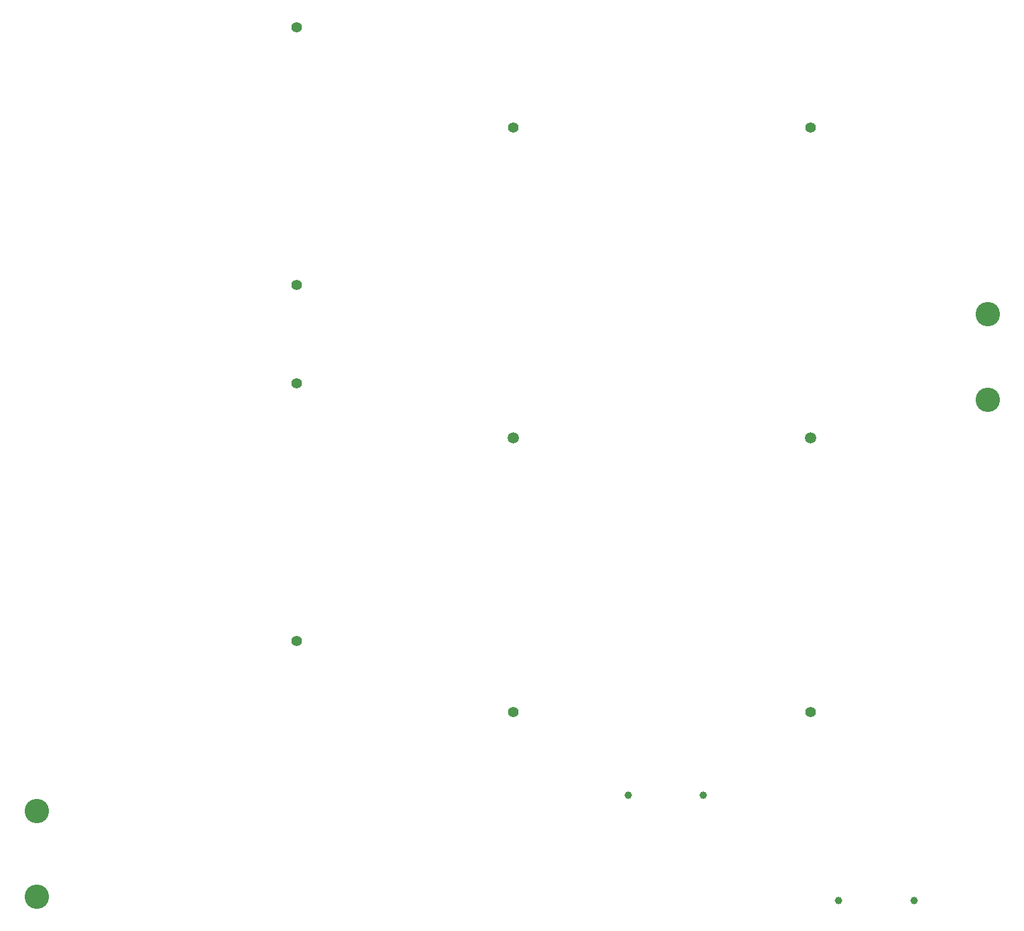
<source format=gbr>
G04 Layer_Color=0*
%FSLAX24Y24*%
%MOIN*%
%TF.FileFunction,NonPlated,1,4,NPTH,Drill*%
%TF.Part,Single*%
G01*
G75*
%TA.AperFunction,ComponentDrill*%
%ADD142C,0.1280*%
%ADD143C,0.0551*%
%ADD144C,0.0591*%
%ADD145C,0.0394*%
D142*
X2200Y9400D02*
D03*
Y4900D02*
D03*
X52100Y35500D02*
D03*
Y31000D02*
D03*
D143*
X15850Y18326D02*
D03*
Y31869D02*
D03*
Y50574D02*
D03*
Y37031D02*
D03*
X42800Y45299D02*
D03*
Y14591D02*
D03*
X27200D02*
D03*
Y45299D02*
D03*
D144*
X42800Y29000D02*
D03*
X27200D02*
D03*
D145*
X37169Y10239D02*
D03*
X33231D02*
D03*
X44294Y4700D02*
D03*
X48231D02*
D03*
%TF.MD5,2f005a9e54f95f79dbb4b514f5f461d6*%
M02*

</source>
